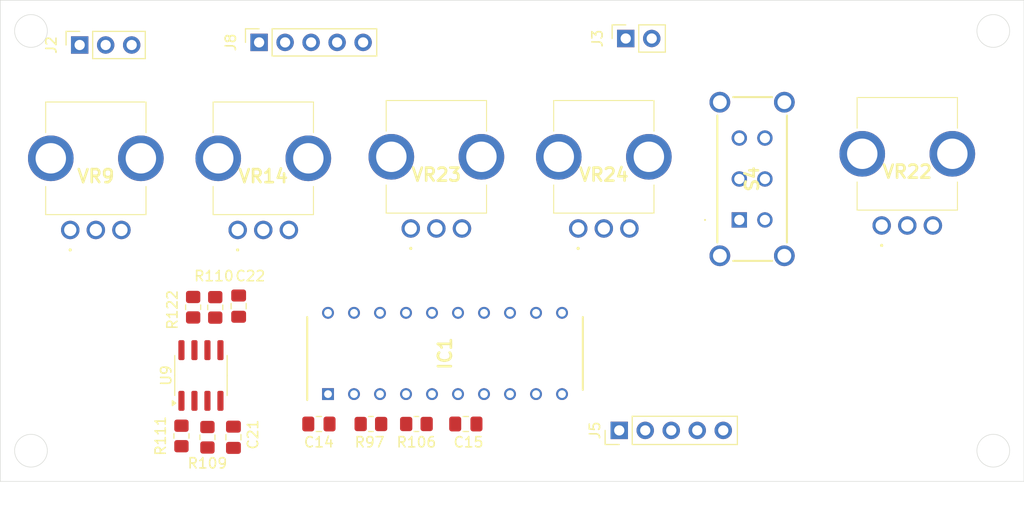
<source format=kicad_pcb>
(kicad_pcb (version 20241229) (generator "pcbnew") (generator_version "9.0")
  (layers (0 "F.Cu" signal) (2 "B.Cu" signal) (13 "F.Paste" user) (15 "B.Paste" user) (5 "F.SilkS" user "F.Silkscreen") (7 "B.SilkS" user "B.Silkscreen") (1 "F.Mask" user) (3 "B.Mask" user) (25 "Edge.Cuts" user))
  (net 0 "")
  (net 1 "+5VD")
  (net 2 "GNDD")
  (net 3 "Net-(C15-Pad1)")
  (net 4 "Net-(U9A-+)")
  (net 5 "Net-(U9B-+)")
  (net 6 "AmpWave")
  (net 7 "PWM_outFlt")
  (net 8 "Release")
  (net 9 "ICSPDT_EG")
  (net 10 "accAmp")
  (net 11 "PWM_outAmp")
  (net 12 "~MCLR_EG")
  (net 13 "Decay")
  (net 14 "ICSPCLK_EG")
  (net 15 "Attack")
  (net 16 "AccLv")
  (net 17 "Gate")
  (net 18 "accFlt")
  (net 19 "Sustain")
  (net 20 "EnvAmp")
  (net 22 "EnvFlt")
  (net 25 "Net-(U9A--)")
  (net 26 "Net-(U9B--)")
  (footprint "Capacitor_SMD:C_0805_2012Metric_Pad1.18x1.45mm_HandSolder" (layer "F.Cu") (at 111.286 72.8785 90)
    (property "Reference" "C22" (at 2.9395 1.143 180) (layer "F.SilkS"))
    (property "Value" "CL21B103KBANNNC")
    (fp_line (start -0.261252 -0.735) (end 0.261252 -0.735) (stroke (width 0.12)) (layer "F.SilkS"))
    (fp_line (start -0.261252 0.735) (end 0.261252 0.735) (stroke (width 0.12)) (layer "F.SilkS"))
    (pad "1" smd roundrect (at -1.0375 0 90) (size 1.175 1.45) (layers "F.Cu" "F.Mask" "F.Paste") (roundrect_rratio 0.212766) (net 5 "Net-(U9B-+)"))
    (pad "2" smd roundrect (at 1.0375 0 90) (size 1.175 1.45) (layers "F.Cu" "F.Mask" "F.Paste") (roundrect_rratio 0.212766) (net 2 "GNDD"))
  )
  (footprint "Resistor_SMD:R_0805_2012Metric_Pad1.20x1.40mm_HandSolder" (layer "F.Cu") (at 109 73 -90)
    (property "Reference" "R110" (at -3.061 0.127 0) (layer "F.SilkS"))
    (property "Value" "0805W8F1002T5E")
    (fp_line (start -0.227064 0.735) (end 0.227064 0.735) (stroke (width 0.12)) (layer "F.SilkS"))
    (fp_line (start -0.227064 -0.735) (end 0.227064 -0.735) (stroke (width 0.12)) (layer "F.SilkS"))
    (pad "1" smd roundrect (at -1 0 270) (size 1.2 1.4) (layers "F.Cu" "F.Mask" "F.Paste") (roundrect_rratio 0.208333) (net 7 "PWM_outFlt"))
    (pad "2" smd roundrect (at 1 0 270) (size 1.2 1.4) (layers "F.Cu" "F.Mask" "F.Paste") (roundrect_rratio 0.208333) (net 5 "Net-(U9B-+)"))
  )
  (footprint "Resistor_SMD:R_0805_2012Metric_Pad1.20x1.40mm_HandSolder" (layer "F.Cu") (at 108.238 85.687 90)
    (property "Reference" "R109" (at -2.54 0 180) (layer "F.SilkS"))
    (property "Value" "0805W8F1002T5E")
    (fp_line (start -0.227064 -0.735) (end 0.227064 -0.735) (stroke (width 0.12)) (layer "F.SilkS"))
    (fp_line (start -0.227064 0.735) (end 0.227064 0.735) (stroke (width 0.12)) (layer "F.SilkS"))
    (pad "1" smd roundrect (at -1 0 90) (size 1.2 1.4) (layers "F.Cu" "F.Mask" "F.Paste") (roundrect_rratio 0.208333) (net 11 "PWM_outAmp"))
    (pad "2" smd roundrect (at 1 0 90) (size 1.2 1.4) (layers "F.Cu" "F.Mask" "F.Paste") (roundrect_rratio 0.208333) (net 4 "Net-(U9A-+)"))
  )
  (footprint "Connector_PinHeader_2.54mm:PinHeader_1x05_P2.54mm_Vertical" (layer "F.Cu") (at 148.463 85.017 90)
    (property "Reference" "J5" (at 0 -2.38 90) (layer "F.SilkS"))
    (property "Value" "ICSP EG")
    (fp_line (start -1.38 -1.38) (end 0 -1.38) (stroke (width 0.12)) (layer "F.SilkS"))
    (fp_line (start -1.38 0) (end -1.38 -1.38) (stroke (width 0.12)) (layer "F.SilkS"))
    (fp_line (start 1.38 1.27) (end 1.38 11.54) (stroke (width 0.12)) (layer "F.SilkS"))
    (fp_line (start -1.38 1.27) (end 1.38 1.27) (stroke (width 0.12)) (layer "F.SilkS"))
    (fp_line (start -1.38 1.27) (end -1.38 11.54) (stroke (width 0.12)) (layer "F.SilkS"))
    (fp_line (start -1.38 11.54) (end 1.38 11.54) (stroke (width 0.12)) (layer "F.SilkS"))
    (pad "1" thru_hole rect (at 0 0 90) (size 1.7 1.7) (drill 1) (layers "*.Cu" "*.Mask") (net 14 "ICSPCLK_EG"))
    (pad "2" thru_hole circle (at 0 2.54 90) (size 1.7 1.7) (drill 1) (layers "*.Cu" "*.Mask") (net 9 "ICSPDT_EG"))
    (pad "3" thru_hole circle (at 0 5.08 90) (size 1.7 1.7) (drill 1) (layers "*.Cu" "*.Mask") (net 2 "GNDD"))
    (pad "4" thru_hole circle (at 0 7.62 90) (size 1.7 1.7) (drill 1) (layers "*.Cu" "*.Mask") (net 1 "+5VD"))
    (pad "5" thru_hole circle (at 0 10.16 90) (size 1.7 1.7) (drill 1) (layers "*.Cu" "*.Mask") (net 12 "~MCLR_EG"))
  )
  (footprint "Resistor_SMD:R_0805_2012Metric_Pad1.20x1.40mm_HandSolder" (layer "F.Cu") (at 105.698 85.56 -90)
    (property "Reference" "R111" (at 0 2.032 90) (layer "F.SilkS"))
    (property "Value" "0805W8F1000T5E")
    (fp_line (start -0.227064 0.735) (end 0.227064 0.735) (stroke (width 0.12)) (layer "F.SilkS"))
    (fp_line (start -0.227064 -0.735) (end 0.227064 -0.735) (stroke (width 0.12)) (layer "F.SilkS"))
    (pad "1" smd roundrect (at -1 0 270) (size 1.2 1.4) (layers "F.Cu" "F.Mask" "F.Paste") (roundrect_rratio 0.208333) (net 25 "Net-(U9A--)"))
    (pad "2" smd roundrect (at 1 0 270) (size 1.2 1.4) (layers "F.Cu" "F.Mask" "F.Paste") (roundrect_rratio 0.208333) (net 20 "EnvAmp"))
  )
  (footprint "Package_SO:SOIC-8_3.9x4.9mm_P1.27mm" (layer "F.Cu") (at 107.603 79.653 90)
    (property "Reference" "U9" (at 0 -3.4 90) (layer "F.SilkS"))
    (property "Value" "MCP6232-E_P")
    (fp_line (start 0 -2.56) (end 1.95 -2.56) (stroke (width 0.12)) (layer "F.SilkS"))
    (fp_line (start 0 -2.56) (end -1.95 -2.56) (stroke (width 0.12)) (layer "F.SilkS"))
    (fp_line (start 0 2.56) (end 1.95 2.56) (stroke (width 0.12)) (layer "F.SilkS"))
    (fp_line (start 0 2.56) (end -1.95 2.56) (stroke (width 0.12)) (layer "F.SilkS"))
    (fp_poly (pts (xy -2.7 -2.465) (xy -2.94 -2.795) (xy -2.46 -2.795)) (stroke (width 0.12)) (fill yes) (layer "F.SilkS"))
    (pad "1" smd roundrect (at -2.475 -1.905 90) (size 1.95 0.6) (layers "F.Cu" "F.Mask" "F.Paste") (net 25 "Net-(U9A--)"))
    (pad "2" smd roundrect (at -2.475 -0.635 90) (size 1.95 0.6) (layers "F.Cu" "F.Mask" "F.Paste") (net 25 "Net-(U9A--)"))
    (pad "3" smd roundrect (at -2.475 0.635 90) (size 1.95 0.6) (layers "F.Cu" "F.Mask" "F.Paste") (net 4 "Net-(U9A-+)"))
    (pad "4" smd roundrect (at -2.475 1.905 90) (size 1.95 0.6) (layers "F.Cu" "F.Mask" "F.Paste") (net 2 "GNDD"))
    (pad "5" smd roundrect (at 2.475 1.905 90) (size 1.95 0.6) (layers "F.Cu" "F.Mask" "F.Paste") (net 5 "Net-(U9B-+)"))
    (pad "6" smd roundrect (at 2.475 0.635 90) (size 1.95 0.6) (layers "F.Cu" "F.Mask" "F.Paste") (net 26 "Net-(U9B--)"))
    (pad "7" smd roundrect (at 2.475 -0.635 90) (size 1.95 0.6) (layers "F.Cu" "F.Mask" "F.Paste") (net 26 "Net-(U9B--)"))
    (pad "8" smd roundrect (at 2.475 -1.905 90) (size 1.95 0.6) (layers "F.Cu" "F.Mask" "F.Paste") (net 1 "+5VD"))
  )
  (footprint "SamacSys_parts:DIP794W56P254L2591H533Q20N" (layer "F.Cu") (at 131.445 77.502 90)
    (property "Reference" "IC1" (at 0 0 90) (layer "F.SilkS") (effects (font (size 1.27 1.27) (thickness 0.254))))
    (property "Value" "PIC16F13145-I_P" (hide yes))
    (fp_line (start -4.548 -13.462) (end 3.556 -13.462) (stroke (width 0.2)) (layer "F.SilkS"))
    (fp_line (start -3.556 13.462) (end 3.556 13.462) (stroke (width 0.2)) (layer "F.SilkS"))
    (pad "1" thru_hole rect (at -3.969 -11.43 90) (size 1.159 1.159) (drill 0.759) (layers "*.Cu" "*.Mask") (net 1 "+5VD"))
    (pad "2" thru_hole circle (at -3.969 -8.89 90) (size 1.159 1.159) (drill 0.759) (layers "*.Cu" "*.Mask"))
    (pad "3" thru_hole circle (at -3.969 -6.35 90) (size 1.159 1.159) (drill 0.759) (layers "*.Cu" "*.Mask") (net 7 "PWM_outFlt"))
    (pad "4" thru_hole circle (at -3.969 -3.81 90) (size 1.159 1.159) (drill 0.759) (layers "*.Cu" "*.Mask") (net 12 "~MCLR_EG"))
    (pad "5" thru_hole circle (at -3.969 -1.27 90) (size 1.159 1.159) (drill 0.759) (layers "*.Cu" "*.Mask"))
    (pad "6" thru_hole circle (at -3.969 1.27 90) (size 1.159 1.159) (drill 0.759) (layers "*.Cu" "*.Mask") (net 16 "AccLv"))
    (pad "7" thru_hole circle (at -3.969 3.81 90) (size 1.159 1.159) (drill 0.759) (layers "*.Cu" "*.Mask") (net 15 "Attack"))
    (pad "8" thru_hole circle (at -3.969 6.35 90) (size 1.159 1.159) (drill 0.759) (layers "*.Cu" "*.Mask") (net 13 "Decay"))
    (pad "9" thru_hole circle (at -3.969 8.89 90) (size 1.159 1.159) (drill 0.759) (layers "*.Cu" "*.Mask") (net 19 "Sustain"))
    (pad "10" thru_hole circle (at -3.969 11.43 90) (size 1.159 1.159) (drill 0.759) (layers "*.Cu" "*.Mask") (net 8 "Release"))
    (pad "11" thru_hole circle (at 3.969 11.43 90) (size 1.159 1.159) (drill 0.759) (layers "*.Cu" "*.Mask") (net 17 "Gate"))
    (pad "12" thru_hole circle (at 3.969 8.89 90) (size 1.159 1.159) (drill 0.759) (layers "*.Cu" "*.Mask") (net 10 "accAmp"))
    (pad "13" thru_hole circle (at 3.969 6.35 90) (size 1.159 1.159) (drill 0.759) (layers "*.Cu" "*.Mask") (net 18 "accFlt"))
    (pad "14" thru_hole circle (at 3.969 3.81 90) (size 1.159 1.159) (drill 0.759) (layers "*.Cu" "*.Mask") (net 6 "AmpWave"))
    (pad "15" thru_hole circle (at 3.969 1.27 90) (size 1.159 1.159) (drill 0.759) (layers "*.Cu" "*.Mask") (net 11 "PWM_outAmp"))
    (pad "16" thru_hole circle (at 3.969 -1.27 90) (size 1.159 1.159) (drill 0.759) (layers "*.Cu" "*.Mask"))
    (pad "17" thru_hole circle (at 3.969 -3.81 90) (size 1.159 1.159) (drill 0.759) (layers "*.Cu" "*.Mask"))
    (pad "18" thru_hole circle (at 3.969 -6.35 90) (size 1.159 1.159) (drill 0.759) (layers "*.Cu" "*.Mask") (net 14 "ICSPCLK_EG"))
    (pad "19" thru_hole circle (at 3.969 -8.89 90) (size 1.159 1.159) (drill 0.759) (layers "*.Cu" "*.Mask") (net 9 "ICSPDT_EG"))
    (pad "20" thru_hole circle (at 3.969 -11.43 90) (size 1.159 1.159) (drill 0.759) (layers "*.Cu" "*.Mask") (net 2 "GNDD"))
  )
  (footprint "Resistor_SMD:R_0805_2012Metric_Pad1.20x1.40mm_HandSolder" (layer "F.Cu") (at 124.206 84.392 180)
    (property "Reference" "R97" (at 0.127 -1.778 0) (layer "F.SilkS"))
    (property "Value" "0805W8F1001T5E")
    (fp_line (start -0.227064 0.735) (end 0.227064 0.735) (stroke (width 0.12)) (layer "F.SilkS"))
    (fp_line (start -0.227064 -0.735) (end 0.227064 -0.735) (stroke (width 0.12)) (layer "F.SilkS"))
    (pad "1" smd roundrect (at -1 0 180) (size 1.2 1.4) (layers "F.Cu" "F.Mask" "F.Paste") (roundrect_rratio 0.208333) (net 3 "Net-(C15-Pad1)"))
    (pad "2" smd roundrect (at 1 0 180) (size 1.2 1.4) (layers "F.Cu" "F.Mask" "F.Paste") (roundrect_rratio 0.208333) (net 1 "+5VD"))
  )
  (footprint "Capacitor_SMD:C_0805_2012Metric_Pad1.18x1.45mm_HandSolder" (layer "F.Cu") (at 119.126 84.392 180)
    (property "Reference" "C14" (at 0 -1.778 180) (layer "F.SilkS"))
    (property "Value" "0.1uF")
    (fp_line (start -0.261252 0.735) (end 0.261252 0.735) (stroke (width 0.12)) (layer "F.SilkS"))
    (fp_line (start -0.261252 -0.735) (end 0.261252 -0.735) (stroke (width 0.12)) (layer "F.SilkS"))
    (pad "1" smd roundrect (at -1.0375 0 180) (size 1.175 1.45) (layers "F.Cu" "F.Mask" "F.Paste") (roundrect_rratio 0.212766) (net 1 "+5VD"))
    (pad "2" smd roundrect (at 1.0375 0 180) (size 1.175 1.45) (layers "F.Cu" "F.Mask" "F.Paste") (roundrect_rratio 0.212766) (net 2 "GNDD"))
  )
  (footprint "SamacSys_parts:RK09D117000B" (layer "F.Cu") (at 128.101 65.293)
    (property "Reference" "VR23" (at 2.5 -5.25 0) (layer "F.SilkS") (effects (font (size 1.27 1.27) (thickness 0.254))))
    (property "Value" "Sustain 100KB" (hide yes))
    (fp_line (start -2.4 -12.5) (end 7.4 -12.5) (stroke (width 0.1)) (layer "F.SilkS"))
    (fp_line (start -2.4 -9.5) (end -2.4 -12.5) (stroke (width 0.1)) (layer "F.SilkS"))
    (fp_line (start -2.4 -4.25) (end -2.4 -1.5) (stroke (width 0.1)) (layer "F.SilkS"))
    (fp_line (start -2.4 -1.5) (end 7.4 -1.5) (stroke (width 0.1)) (layer "F.SilkS"))
    (fp_line (start 0 1.9) (end 0 1.9) (stroke (width 0.2)) (layer "F.SilkS"))
    (fp_line (start 0 1.9) (end 0 1.9) (stroke (width 0.2)) (layer "F.SilkS"))
    (fp_line (start 0 2) (end 0 2) (stroke (width 0.2)) (layer "F.SilkS"))
    (fp_line (start 7.4 -12.5) (end 7.4 -9.5) (stroke (width 0.1)) (layer "F.SilkS"))
    (fp_line (start 7.4 -1.5) (end 7.4 -4.25) (stroke (width 0.1)) (layer "F.SilkS"))
    (fp_arc (start 0 1.9) (mid 0.05 1.95) (end 0 2) (stroke (width 0.2)) (layer "F.SilkS"))
    (fp_arc (start 0 2) (mid -0.05 1.95) (end 0 1.9) (stroke (width 0.2)) (layer "F.SilkS"))
    (fp_arc (start 0 2) (mid -0.05 1.95) (end 0 1.9) (stroke (width 0.2)) (layer "F.SilkS"))
    (pad "1" thru_hole circle (at 0 0) (size 1.8 1.8) (drill 1.2) (layers "*.Cu" "*.Mask") (net 2 "GNDD"))
    (pad "2" thru_hole circle (at 2.5 0) (size 1.8 1.8) (drill 1.2) (layers "*.Cu" "*.Mask") (net 19 "Sustain"))
    (pad "3" thru_hole circle (at 5 0) (size 1.8 1.8) (drill 1.2) (layers "*.Cu" "*.Mask") (net 1 "+5VD"))
    (pad "MH1" thru_hole circle (at -1.9 -7) (size 4.455 4.455) (drill 2.97) (layers "*.Cu" "*.Mask") (net 2 "GNDD"))
    (pad "MH2" thru_hole circle (at 6.9 -7) (size 4.455 4.455) (drill 2.97) (layers "*.Cu" "*.Mask") (net 2 "GNDD"))
  )
  (footprint "Capacitor_SMD:C_0805_2012Metric_Pad1.18x1.45mm_HandSolder" (layer "F.Cu") (at 133.477 84.392)
    (property "Reference" "C15" (at 0.261252 1.778 180) (layer "F.SilkS"))
    (property "Value" "CL21B103KBANNNC")
    (fp_line (start -0.261252 -0.735) (end 0.261252 -0.735) (stroke (width 0.12)) (layer "F.SilkS"))
    (fp_line (start -0.261252 0.735) (end 0.261252 0.735) (stroke (width 0.12)) (layer "F.SilkS"))
    (pad "1" smd roundrect (at -1.0375 0) (size 1.175 1.45) (layers "F.Cu" "F.Mask" "F.Paste") (roundrect_rratio 0.212766) (net 3 "Net-(C15-Pad1)"))
    (pad "2" smd roundrect (at 1.0375 0) (size 1.175 1.45) (layers "F.Cu" "F.Mask" "F.Paste") (roundrect_rratio 0.212766) (net 2 "GNDD"))
  )
  (footprint "SamacSys_parts:RK09D117000B" (layer "F.Cu") (at 94.837 65.438)
    (property "Reference" "VR9" (at 2.5 -5.25 0) (layer "F.SilkS") (effects (font (size 1.27 1.27) (thickness 0.254))))
    (property "Value" "Attack 100KA" (hide yes))
    (fp_line (start -2.4 -12.5) (end 7.4 -12.5) (stroke (width 0.1)) (layer "F.SilkS"))
    (fp_line (start -2.4 -9.5) (end -2.4 -12.5) (stroke (width 0.1)) (layer "F.SilkS"))
    (fp_line (start -2.4 -4.25) (end -2.4 -1.5) (stroke (width 0.1)) (layer "F.SilkS"))
    (fp_line (start -2.4 -1.5) (end 7.4 -1.5) (stroke (width 0.1)) (layer "F.SilkS"))
    (fp_line (start 0 1.9) (end 0 1.9) (stroke (width 0.2)) (layer "F.SilkS"))
    (fp_line (start 0 1.9) (end 0 1.9) (stroke (width 0.2)) (layer "F.SilkS"))
    (fp_line (start 0 2) (end 0 2) (stroke (width 0.2)) (layer "F.SilkS"))
    (fp_line (start 7.4 -12.5) (end 7.4 -9.5) (stroke (width 0.1)) (layer "F.SilkS"))
    (fp_line (start 7.4 -1.5) (end 7.4 -4.25) (stroke (width 0.1)) (layer "F.SilkS"))
    (fp_arc (start 0 1.9) (mid 0.05 1.95) (end 0 2) (stroke (width 0.2)) (layer "F.SilkS"))
    (fp_arc (start 0 2) (mid -0.05 1.95) (end 0 1.9) (stroke (width 0.2)) (layer "F.SilkS"))
    (fp_arc (start 0 2) (mid -0.05 1.95) (end 0 1.9) (stroke (width 0.2)) (layer "F.SilkS"))
    (pad "1" thru_hole circle (at 0 0) (size 1.8 1.8) (drill 1.2) (layers "*.Cu" "*.Mask") (net 2 "GNDD"))
    (pad "2" thru_hole circle (at 2.5 0) (size 1.8 1.8) (drill 1.2) (layers "*.Cu" "*.Mask") (net 15 "Attack"))
    (pad "3" thru_hole circle (at 5 0) (size 1.8 1.8) (drill 1.2) (layers "*.Cu" "*.Mask") (net 1 "+5VD"))
    (pad "MH1" thru_hole circle (at -1.9 -7) (size 4.455 4.455) (drill 2.97) (layers "*.Cu" "*.Mask") (net 2 "GNDD"))
    (pad "MH2" thru_hole circle (at 6.9 -7) (size 4.455 4.455) (drill 2.97) (layers "*.Cu" "*.Mask") (net 2 "GNDD"))
  )
  (footprint "Resistor_SMD:R_0805_2012Metric_Pad1.20x1.40mm_HandSolder" (layer "F.Cu") (at 106.841 72.984 90)
    (property "Reference" "R122" (at -0.257 -2.032 90) (layer "F.SilkS"))
    (property "Value" "0805W8F1000T5E")
    (fp_line (start -0.227064 -0.735) (end 0.227064 -0.735) (stroke (width 0.12)) (layer "F.SilkS"))
    (fp_line (start -0.227064 0.735) (end 0.227064 0.735) (stroke (width 0.12)) (layer "F.SilkS"))
    (pad "1" smd roundrect (at -1 0 90) (size 1.2 1.4) (layers "F.Cu" "F.Mask" "F.Paste") (roundrect_rratio 0.208333) (net 26 "Net-(U9B--)"))
    (pad "2" smd roundrect (at 1 0 90) (size 1.2 1.4) (layers "F.Cu" "F.Mask" "F.Paste") (roundrect_rratio 0.208333) (net 22 "EnvFlt"))
  )
  (footprint "SamacSys_parts:MS2201L6" (layer "F.Cu") (at 160.192 64.459 90)
    (property "Reference" "S4" (at 4 1.25 90) (layer "F.SilkS") (effects (font (size 1.27 1.27) (thickness 0.254))))
    (property "Value" "MS2201L6" (hide yes))
    (fp_line (start 0 -3.4) (end 0 -3.4) (stroke (width 0.1)) (layer "F.SilkS"))
    (fp_line (start 0 -3.3) (end 0 -3.3) (stroke (width 0.1)) (layer "F.SilkS"))
    (fp_line (start -2.2 -2.15) (end 10.2 -2.15) (stroke (width 0.2)) (layer "F.SilkS"))
    (fp_line (start 12 -0.6) (end 12 3.2) (stroke (width 0.2)) (layer "F.SilkS"))
    (fp_line (start -4 3.2) (end -4 -0.6) (stroke (width 0.2)) (layer "F.SilkS"))
    (fp_line (start 10.2 4.65) (end -2.2 4.65) (stroke (width 0.2)) (layer "F.SilkS"))
    (fp_arc (start 0 -3.4) (mid 0.05 -3.35) (end 0 -3.3) (stroke (width 0.1)) (layer "F.SilkS"))
    (fp_arc (start 0 -3.3) (mid -0.05 -3.35) (end 0 -3.4) (stroke (width 0.1)) (layer "F.SilkS"))
    (pad "1" thru_hole rect (at 0 0 90) (size 1.5 1.5) (drill 1) (layers "*.Cu" "*.Mask") (net 1 "+5VD"))
    (pad "2" thru_hole circle (at 4 0 90) (size 1.5 1.5) (drill 1) (layers "*.Cu" "*.Mask") (net 6 "AmpWave"))
    (pad "3" thru_hole circle (at 8 0 90) (size 1.5 1.5) (drill 1) (layers "*.Cu" "*.Mask") (net 2 "GNDD"))
    (pad "4" thru_hole circle (at 0 2.5 90) (size 1.5 1.5) (drill 1) (layers "*.Cu" "*.Mask") (net 1 "+5VD"))
    (pad "5" thru_hole circle (at 4 2.5 90) (size 1.5 1.5) (drill 1) (layers "*.Cu" "*.Mask") (net 6 "AmpWave"))
    (pad "6" thru_hole circle (at 8 2.5 90) (size 1.5 1.5) (drill 1) (layers "*.Cu" "*.Mask") (net 2 "GNDD"))
    (pad "7" thru_hole circle (at -3.5 -1.9 90) (size 2.025 2.025) (drill 1.35) (layers "*.Cu" "*.Mask") (net 2 "GNDD"))
    (pad "8" thru_hole circle (at 11.5 -1.9 90) (size 2.025 2.025) (drill 1.35) (layers "*.Cu" "*.Mask") (net 2 "GNDD"))
    (pad "9" thru_hole circle (at -3.5 4.4 90) (size 2.025 2.025) (drill 1.35) (layers "*.Cu" "*.Mask") (net 2 "GNDD"))
    (pad "10" thru_hole circle (at 11.5 4.4 90) (size 2.025 2.025) (drill 1.35) (layers "*.Cu" "*.Mask") (net 2 "GNDD"))
  )
  (footprint "Connector_PinSocket_2.54mm:PinSocket_1x02_P2.54mm_Vertical" (layer "F.Cu") (at 149.098 46.736 90)
    (property "Reference" "J3" (at 0 -2.77 90) (layer "F.SilkS"))
    (property "Value" "D_Power")
    (fp_line (start 1.33 -1.33) (end 1.33 0) (stroke (width 0.12)) (layer "F.SilkS"))
    (fp_line (start 0 -1.33) (end 1.33 -1.33) (stroke (width 0.12)) (layer "F.SilkS"))
    (fp_line (start 1.33 1.27) (end 1.33 3.87) (stroke (width 0.12)) (layer "F.SilkS"))
    (fp_line (start -1.33 1.27) (end 1.33 1.27) (stroke (width 0.12)) (layer "F.SilkS"))
    (fp_line (start -1.33 1.27) (end -1.33 3.87) (stroke (width 0.12)) (layer "F.SilkS"))
    (fp_line (start -1.33 3.87) (end 1.33 3.87) (stroke (width 0.12)) (layer "F.SilkS"))
    (pad "1" thru_hole rect (at 0 0 90) (size 1.7 1.7) (drill 1) (layers "*.Cu" "*.Mask") (net 1 "+5VD"))
    (pad "2" thru_hole circle (at 0 2.54 90) (size 1.7 1.7) (drill 1) (layers "*.Cu" "*.Mask") (net 2 "GNDD"))
  )
  (footprint "SamacSys_parts:RK09D117000B" (layer "F.Cu") (at 174.1 65)
    (property "Reference" "VR22" (at 2.5 -5.25 0) (layer "F.SilkS") (effects (font (size 1.27 1.27) (thickness 0.254))))
    (property "Value" "AccLevel 10KB" (hide yes))
    (fp_line (start -2.4 -12.5) (end 7.4 -12.5) (stroke (width 0.1)) (layer "F.SilkS"))
    (fp_line (start -2.4 -9.5) (end -2.4 -12.5) (stroke (width 0.1)) (layer "F.SilkS"))
    (fp_line (start -2.4 -4.25) (end -2.4 -1.5) (stroke (width 0.1)) (layer "F.SilkS"))
    (fp_line (start -2.4 -1.5) (end 7.4 -1.5) (stroke (width 0.1)) (layer "F.SilkS"))
    (fp_line (start 0 1.9) (end 0 1.9) (stroke (width 0.2)) (layer "F.SilkS"))
    (fp_line (start 0 1.9) (end 0 1.9) (stroke (width 0.2)) (layer "F.SilkS"))
    (fp_line (start 0 2) (end 0 2) (stroke (width 0.2)) (layer "F.SilkS"))
    (fp_line (start 7.4 -12.5) (end 7.4 -9.5) (stroke (width 0.1)) (layer "F.SilkS"))
    (fp_line (start 7.4 -1.5) (end 7.4 -4.25) (stroke (width 0.1)) (layer "F.SilkS"))
    (fp_arc (start 0 1.9) (mid 0.05 1.95) (end 0 2) (stroke (width 0.2)) (layer "F.SilkS"))
    (fp_arc (start 0 2) (mid -0.05 1.95) (end 0 1.9) (stroke (width 0.2)) (layer "F.SilkS"))
    (fp_arc (start 0 2) (mid -0.05 1.95) (end 0 1.9) (stroke (width 0.2)) (layer "F.SilkS"))
    (pad "1" thru_hole circle (at 0 0) (size 1.8 1.8) (drill 1.2) (layers "*.Cu" "*.Mask") (net 2 "GNDD"))
    (pad "2" thru_hole circle (at 2.5 0) (size 1.8 1.8) (drill 1.2) (layers "*.Cu" "*.Mask") (net 16 "AccLv"))
    (pad "3" thru_hole circle (at 5 0) (size 1.8 1.8) (drill 1.2) (layers "*.Cu" "*.Mask") (net 1 "+5VD"))
    (pad "MH1" thru_hole circle (at -1.9 -7) (size 4.455 4.455) (drill 2.97) (layers "*.Cu" "*.Mask") (net 2 "GNDD"))
    (pad "MH2" thru_hole circle (at 6.9 -7) (size 4.455 4.455) (drill 2.97) (layers "*.Cu" "*.Mask") (net 2 "GNDD"))
  )
  (footprint "SamacSys_parts:RK09D117000B" (layer "F.Cu") (at 144.457 65.293)
    (property "Reference" "VR24" (at 2.5 -5.25 0) (layer "F.SilkS") (effects (font (size 1.27 1.27) (thickness 0.254))))
    (property "Value" "Release 100KA" (hide yes))
    (fp_line (start -2.4 -12.5) (end 7.4 -12.5) (stroke (width 0.1)) (layer "F.SilkS"))
    (fp_line (start -2.4 -9.5) (end -2.4 -12.5) (stroke (width 0.1)) (layer "F.SilkS"))
    (fp_line (start -2.4 -4.25) (end -2.4 -1.5) (stroke (width 0.1)) (layer "F.SilkS"))
    (fp_line (start -2.4 -1.5) (end 7.4 -1.5) (stroke (width 0.1)) (layer "F.SilkS"))
    (fp_line (start 0 1.9) (end 0 1.9) (stroke (width 0.2)) (layer "F.SilkS"))
    (fp_line (start 0 1.9) (end 0 1.9) (stroke (width 0.2)) (layer "F.SilkS"))
    (fp_line (start 0 2) (end 0 2) (stroke (width 0.2)) (layer "F.SilkS"))
    (fp_line (start 7.4 -12.5) (end 7.4 -9.5) (stroke (width 0.1)) (layer "F.SilkS"))
    (fp_line (start 7.4 -1.5) (end 7.4 -4.25) (stroke (width 0.1)) (layer "F.SilkS"))
    (fp_arc (start 0 1.9) (mid 0.05 1.95) (end 0 2) (stroke (width 0.2)) (layer "F.SilkS"))
    (fp_arc (start 0 2) (mid -0.05 1.95) (end 0 1.9) (stroke (width 0.2)) (layer "F.SilkS"))
    (fp_arc (start 0 2) (mid -0.05 1.95) (end 0 1.9) (stroke (width 0.2)) (layer "F.SilkS"))
    (pad "1" thru_hole circle (at 0 0) (size 1.8 1.8) (drill 1.2) (layers "*.Cu" "*.Mask") (net 2 "GNDD"))
    (pad "2" thru_hole circle (at 2.5 0) (size 1.8 1.8) (drill 1.2) (layers "*.Cu" "*.Mask") (net 8 "Release"))
    (pad "3" thru_hole circle (at 5 0) (size 1.8 1.8) (drill 1.2) (layers "*.Cu" "*.Mask") (net 1 "+5VD"))
    (pad "MH1" thru_hole circle (at -1.9 -7) (size 4.455 4.455) (drill 2.97) (layers "*.Cu" "*.Mask") (net 2 "GNDD"))
    (pad "MH2" thru_hole circle (at 6.9 -7) (size 4.455 4.455) (drill 2.97) (layers "*.Cu" "*.Mask") (net 2 "GNDD"))
  )
  (footprint "SamacSys_parts:RK09D117000B" (layer "F.Cu") (at 111.193 65.438)
    (property "Reference" "VR14" (at 2.5 -5.25 0) (layer "F.SilkS") (effects (font (size 1.27 1.27) (thickness 0.254))))
    (property "Value" "Decay 100KA" (hide yes))
    (fp_line (start -2.4 -12.5) (end 7.4 -12.5) (stroke (width 0.1)) (layer "F.SilkS"))
    (fp_line (start -2.4 -9.5) (end -2.4 -12.5) (stroke (width 0.1)) (layer "F.SilkS"))
    (fp_line (start -2.4 -4.25) (end -2.4 -1.5) (stroke (width 0.1)) (layer "F.SilkS"))
    (fp_line (start -2.4 -1.5) (end 7.4 -1.5) (stroke (width 0.1)) (layer "F.SilkS"))
    (fp_line (start 0 1.9) (end 0 1.9) (stroke (width 0.2)) (layer "F.SilkS"))
    (fp_line (start 0 1.9) (end 0 1.9) (stroke (width 0.2)) (layer "F.SilkS"))
    (fp_line (start 0 2) (end 0 2) (stroke (width 0.2)) (layer "F.SilkS"))
    (fp_line (start 7.4 -12.5) (end 7.4 -9.5) (stroke (width 0.1)) (layer "F.SilkS"))
    (fp_line (start 7.4 -1.5) (end 7.4 -4.25) (stroke (width 0.1)) (layer "F.SilkS"))
    (fp_arc (start 0 1.9) (mid 0.05 1.95) (end 0 2) (stroke (width 0.2)) (layer "F.SilkS"))
    (fp_arc (start 0 2) (mid -0.05 1.95) (end 0 1.9) (stroke (width 0.2)) (layer "F.SilkS"))
    (fp_arc (start 0 2) (mid -0.05 1.95) (end 0 1.9) (stroke (width 0.2)) (layer "F.SilkS"))
    (pad "1" thru_hole circle (at 0 0) (size 1.8 1.8) (drill 1.2) (layers "*.Cu" "*.Mask") (net 2 "GNDD"))
    (pad "2" thru_hole circle (at 2.5 0) (size 1.8 1.8) (drill 1.2) (layers "*.Cu" "*.Mask") (net 13 "Decay"))
    (pad "3" thru_hole circle (at 5 0) (size 1.8 1.8) (drill 1.2) (layers "*.Cu" "*.Mask") (net 1 "+5VD"))
    (pad "MH1" thru_hole circle (at -1.9 -7) (size 4.455 4.455) (drill 2.97) (layers "*.Cu" "*.Mask") (net 2 "GNDD"))
    (pad "MH2" thru_hole circle (at 6.9 -7) (size 4.455 4.455) (drill 2.97) (layers "*.Cu" "*.Mask") (net 2 "GNDD"))
  )
  (footprint "Resistor_SMD:R_0805_2012Metric_Pad1.20x1.40mm_HandSolder" (layer "F.Cu") (at 128.651 84.392 180)
    (property "Reference" "R106" (at 0 -1.778 0) (layer "F.SilkS"))
    (property "Value" "0805W8F1000T5E")
    (fp_line (start -0.227064 0.735) (end 0.227064 0.735) (stroke (width 0.12)) (layer "F.SilkS"))
    (fp_line (start -0.227064 -0.735) (end 0.227064 -0.735) (stroke (width 0.12)) (layer "F.SilkS"))
    (pad "1" smd roundrect (at -1 0 180) (size 1.2 1.4) (layers "F.Cu" "F.Mask" "F.Paste") (roundrect_rratio 0.208333) (net 3 "Net-(C15-Pad1)"))
    (pad "2" smd roundrect (at 1 0 180) (size 1.2 1.4) (layers "F.Cu" "F.Mask" "F.Paste") (roundrect_rratio 0.208333) (net 12 "~MCLR_EG"))
  )
  (footprint "Capacitor_SMD:C_0805_2012Metric_Pad1.18x1.45mm_HandSolder" (layer "F.Cu") (at 110.778 85.687 90)
    (property "Reference" "C21" (at 0.261252 1.905 90) (layer "F.SilkS"))
    (property "Value" "CL21B103KBANNNC")
    (fp_line (start -0.261252 -0.735) (end 0.261252 -0.735) (stroke (width 0.12)) (layer "F.SilkS"))
    (fp_line (start -0.261252 0.735) (end 0.261252 0.735) (stroke (width 0.12)) (layer "F.SilkS"))
    (pad "1" smd roundrect (at -1.0375 0 90) (size 1.175 1.45) (layers "F.Cu" "F.Mask" "F.Paste") (roundrect_rratio 0.212766) (net 4 "Net-(U9A-+)"))
    (pad "2" smd roundrect (at 1.0375 0 90) (size 1.175 1.45) (layers "F.Cu" "F.Mask" "F.Paste") (roundrect_rratio 0.212766) (net 2 "GNDD"))
  )
  (footprint "Connector_PinSocket_2.54mm:PinSocket_1x03_P2.54mm_Vertical" (layer "F.Cu") (at 95.758 47.371 90)
    (property "Reference" "J2" (at 0 -2.77 90) (layer "F.SilkS"))
    (property "Value" "EnvOutput")
    (fp_line (start 1.33 -1.33) (end 1.33 0) (stroke (width 0.12)) (layer "F.SilkS"))
    (fp_line (start 0 -1.33) (end 1.33 -1.33) (stroke (width 0.12)) (layer "F.SilkS"))
    (fp_line (start 1.33 1.27) (end 1.33 6.41) (stroke (width 0.12)) (layer "F.SilkS"))
    (fp_line (start -1.33 1.27) (end 1.33 1.27) (stroke (width 0.12)) (layer "F.SilkS"))
    (fp_line (start -1.33 1.27) (end -1.33 6.41) (stroke (width 0.12)) (layer "F.SilkS"))
    (fp_line (start -1.33 6.41) (end 1.33 6.41) (stroke (width 0.12)) (layer "F.SilkS"))
    (pad "1" thru_hole rect (at 0 0 90) (size 1.7 1.7) (drill 1) (layers "*.Cu" "*.Mask") (net 20 "EnvAmp"))
    (pad "2" thru_hole circle (at 0 2.54 90) (size 1.7 1.7) (drill 1) (layers "*.Cu" "*.Mask") (net 22 "EnvFlt"))
    (pad "3" thru_hole circle (at 0 5.08 90) (size 1.7 1.7) (drill 1) (layers "*.Cu" "*.Mask"))
  )
  (footprint "Connector_PinSocket_2.54mm:PinSocket_1x05_P2.54mm_Vertical" (layer "F.Cu") (at 113.284 47.117 90)
    (property "Reference" "J8" (at 0 -2.77 90) (layer "F.SilkS"))
    (property "Value" "DigiInput")
    (fp_line (start 1.33 -1.33) (end 1.33 0) (stroke (width 0.12)) (layer "F.SilkS"))
    (fp_line (start 0 -1.33) (end 1.33 -1.33) (stroke (width 0.12)) (layer "F.SilkS"))
    (fp_line (start 1.33 1.27) (end 1.33 11.49) (stroke (width 0.12)) (layer "F.SilkS"))
    (fp_line (start -1.33 1.27) (end 1.33 1.27) (stroke (width 0.12)) (layer "F.SilkS"))
    (fp_line (start -1.33 1.27) (end -1.33 11.49) (stroke (width 0.12)) (layer "F.SilkS"))
    (fp_line (start -1.33 11.49) (end 1.33 11.49) (stroke (width 0.12)) (layer "F.SilkS"))
    (pad "1" thru_hole rect (at 0 0 90) (size 1.7 1.7) (drill 1) (layers "*.Cu" "*.Mask"))
    (pad "2" thru_hole circle (at 0 2.54 90) (size 1.7 1.7) (drill 1) (layers "*.Cu" "*.Mask") (net 17 "Gate"))
    (pad "3" thru_hole circle (at 0 5.08 90) (size 1.7 1.7) (drill 1) (layers "*.Cu" "*.Mask") (net 10 "accAmp"))
    (pad "4" thru_hole circle (at 0 7.62 90) (size 1.7 1.7) (drill 1) (layers "*.Cu" "*.Mask") (net 18 "accFlt"))
    (pad "5" thru_hole circle (at 0 10.16 90) (size 1.7 1.7) (drill 1) (layers "*.Cu" "*.Mask"))
  )
  (gr_circle (center 185 46) (end 186.6 46) (stroke (width 0.05)) (fill no) (layer "Edge.Cuts"))
  (gr_circle (center 185 87) (end 186.6 87) (stroke (width 0.05)) (fill no) (layer "Edge.Cuts"))
  (gr_rect (start 88 43) (end 188 90) (stroke (width 0.05)) (fill no) (layer "Edge.Cuts"))
  (gr_circle (center 91 87) (end 92.6 87) (stroke (width 0.05)) (fill no) (layer "Edge.Cuts"))
  (gr_circle (center 91 46) (end 92.6 46) (stroke (width 0.05)) (fill no) (layer "Edge.Cuts"))
)
</source>
